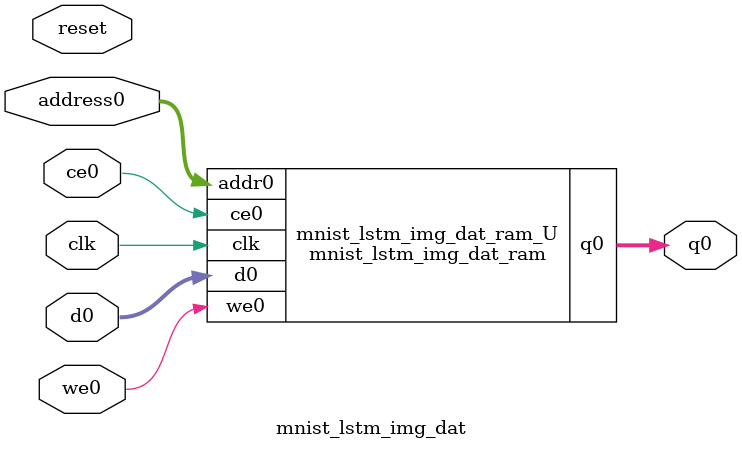
<source format=v>
`timescale 1 ns / 1 ps
module mnist_lstm_img_dat_ram (addr0, ce0, d0, we0, q0,  clk);

parameter DWIDTH = 32;
parameter AWIDTH = 10;
parameter MEM_SIZE = 784;

input[AWIDTH-1:0] addr0;
input ce0;
input[DWIDTH-1:0] d0;
input we0;
output reg[DWIDTH-1:0] q0;
input clk;

(* ram_style = "block" *)reg [DWIDTH-1:0] ram[0:MEM_SIZE-1];




always @(posedge clk)  
begin 
    if (ce0) begin
        if (we0) 
            ram[addr0] <= d0; 
        q0 <= ram[addr0];
    end
end


endmodule

`timescale 1 ns / 1 ps
module mnist_lstm_img_dat(
    reset,
    clk,
    address0,
    ce0,
    we0,
    d0,
    q0);

parameter DataWidth = 32'd32;
parameter AddressRange = 32'd784;
parameter AddressWidth = 32'd10;
input reset;
input clk;
input[AddressWidth - 1:0] address0;
input ce0;
input we0;
input[DataWidth - 1:0] d0;
output[DataWidth - 1:0] q0;



mnist_lstm_img_dat_ram mnist_lstm_img_dat_ram_U(
    .clk( clk ),
    .addr0( address0 ),
    .ce0( ce0 ),
    .we0( we0 ),
    .d0( d0 ),
    .q0( q0 ));

endmodule


</source>
